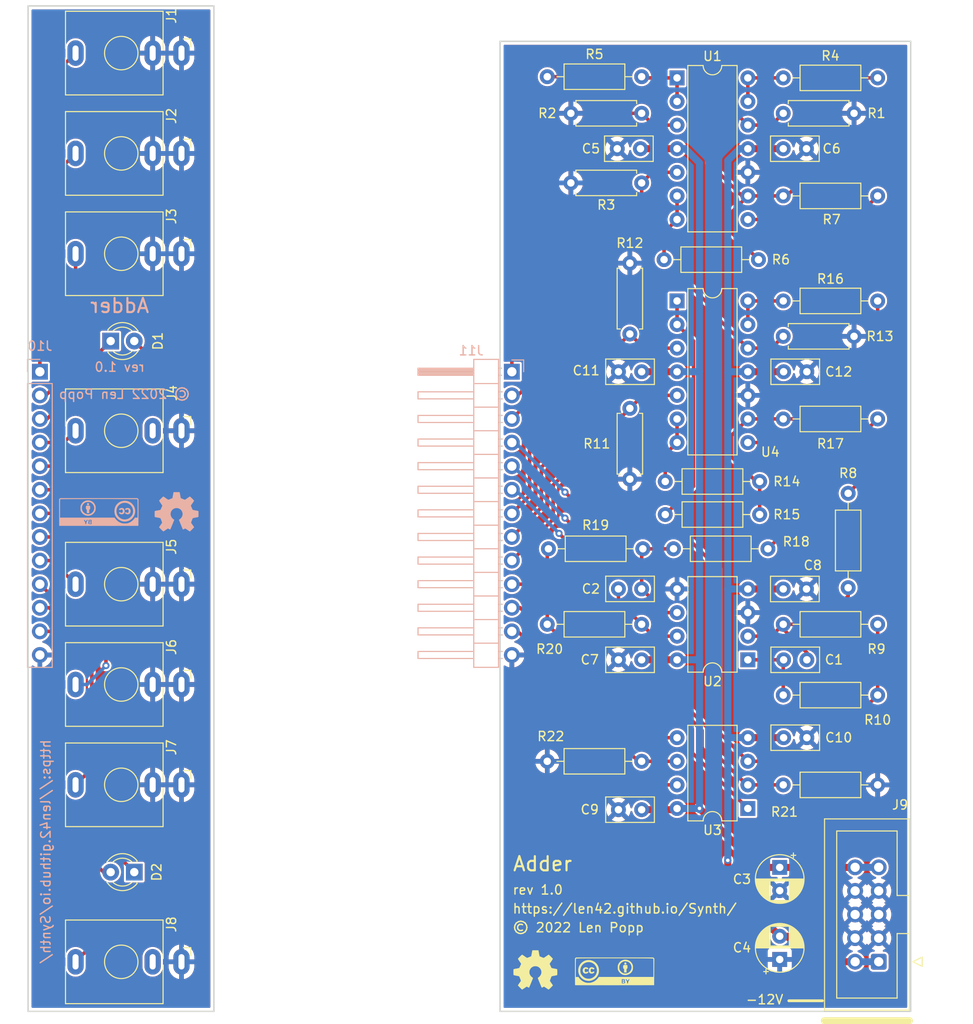
<source format=kicad_pcb>
(kicad_pcb (version 20211014) (generator pcbnew)
  (title_block (title "Eurorack Adder / Mixer") (date "2022-09-11") (rev "1.0") (company "Len Popp") (comment 1 "Copyright © 2022 Len Popp CC BY") (comment 2 "Board settings comply with requirements of OSH Park https://oshpark.com/") (comment 3 "Eurorack precision adder & unity-gain mixer module - 4HP"))
  (layers (0 "F.Cu" signal) (31 "B.Cu" signal) (36 "B.SilkS" user "B.Silkscreen") (37 "F.SilkS" user "F.Silkscreen") (38 "B.Mask" user) (39 "F.Mask" user) (44 "Edge.Cuts" user))
  (net 0 "")
  (net 1 "+12V")
  (net 2 "GND")
  (net 3 "-12V")
  (net 4 "Net-(C1-Pad2)")
  (net 5 "Net-(C1-Pad1)")
  (net 6 "Net-(C2-Pad1)")
  (net 7 "Net-(C2-Pad2)")
  (net 8 "OUT-1")
  (net 9 "LED-1-2")
  (net 10 "LED-1-1")
  (net 11 "LED-2-2")
  (net 12 "LED-2-1")
  (net 13 "IN-1-1")
  (net 14 "IN-1-2")
  (net 15 "IN-1-3")
  (net 16 "IN-2-1")
  (net 17 "IN-2-2")
  (net 18 "IN-2-3")
  (net 19 "OUT-2")
  (net 21 "Net-(R4-Pad2)")
  (net 22 "Net-(R4-Pad1)")
  (net 23 "Net-(R5-Pad1)")
  (net 25 "Net-(R6-Pad1)")
  (net 26 "Net-(R7-Pad2)")
  (net 27 "Net-(R14-Pad2)")
  (net 28 "Net-(R14-Pad1)")
  (net 29 "Net-(R15-Pad1)")
  (net 30 "Net-(R16-Pad1)")
  (net 31 "Net-(R17-Pad2)")
  (footprint "-lmp-misc:CP_Radial_D5.0mm_P2.50mm" (layer "F.Cu") (at 181.229 129.54 -90)
    (fp_text reference "C3")
    (fp_text value "10U")
  )
  (footprint "-lmp-misc:CP_Radial_D5.0mm_P2.50mm" (layer "F.Cu") (at 181.229 139.446 90)
    (fp_text reference "C4")
    (fp_text value "10U")
  )
  (footprint "-lmp-synth:Jack_3.5mm_QingPu_WQP-PJ398SM_Vertical" (layer "F.Cu") (at 116.84 41.91 -90)
    (fp_text reference "J1")
    (fp_text value "WQP-PJ398")
  )
  (footprint "-lmp-misc:Logo_CC_BY" (layer "F.Cu") (at 163.449 140.716)
    (fp_text reference "G1" hide)
    (fp_text value "Logo_CC_BY" hide)
  )
  (footprint "-lmp-synth:IDC-Header-Eurorack-10-TH" (layer "F.Cu") (at 191.884 139.69 180)
    (fp_text reference "J9")
    (fp_text value "Conn_Eurorack_10")
  )
  (footprint "-lmp-synth:Jack_3.5mm_QingPu_WQP-PJ398SM_Vertical" (layer "F.Cu") (at 116.84 52.705 -90)
    (fp_text reference "J2")
    (fp_text value "WQP-PJ398")
  )
  (footprint "-lmp-misc:Logo_OSHW" (layer "F.Cu") (at 154.94 140.589)
    (fp_text reference "G3" hide)
    (fp_text value "Logo_OSHW" hide)
  )
  (footprint "-lmp-synth:Jack_3.5mm_QingPu_WQP-PJ398SM_Vertical" (layer "F.Cu") (at 116.84 63.5 -90)
    (fp_text reference "J3")
    (fp_text value "WQP-PJ398")
  )
  (footprint "-lmp-synth:Jack_3.5mm_QingPu_WQP-PJ398SM_Vertical" (layer "F.Cu") (at 116.84 82.55 -90)
    (fp_text reference "J4")
    (fp_text value "WQP-PJ398")
  )
  (footprint "-lmp-misc:C_Disc_D5.0mm_W2.5mm_P2.50mm" (layer "F.Cu") (at 184.11 99.578 180)
    (fp_text reference "C8")
    (fp_text value "100N")
  )
  (footprint "-lmp-misc:R_Axial_DIN0207_L6.3mm_D2.5mm_P10.16mm_Horizontal" (layer "F.Cu") (at 166.37 44.45 180)
    (fp_text reference "R5")
    (fp_text value "10K")
  )
  (footprint "-lmp-synth:Jack_3.5mm_QingPu_WQP-PJ398SM_Vertical" (layer "F.Cu") (at 116.84 99.06 -90)
    (fp_text reference "J5")
    (fp_text value "WQP-PJ398")
  )
  (footprint "-lmp-misc:C_Disc_D5.0mm_W2.5mm_P2.50mm" (layer "F.Cu") (at 184.15 115.58 180)
    (fp_text reference "C10")
    (fp_text value "100N")
  )
  (footprint "-lmp-misc:R_Axial_DIN0207_L6.3mm_D2.5mm_P10.16mm_Horizontal" (layer "F.Cu") (at 166.37 103.378 180)
    (fp_text reference "R20")
    (fp_text value "270R")
  )
  (footprint "Package_DIP:DIP-8_W7.62mm" (layer "F.Cu") (at 177.8 107.198 180)
    (fp_text reference "U2")
    (fp_text value "TL072")
  )
  (footprint "-lmp-misc:R_Axial_DIN0207_L6.3mm_D2.5mm_P10.16mm_Horizontal" (layer "F.Cu") (at 181.61 44.577)
    (fp_text reference "R4")
    (fp_text value "10K")
  )
  (footprint "-lmp-misc:R_Axial_DIN0207_L6.3mm_D2.5mm_P10.16mm_Horizontal" (layer "F.Cu") (at 168.91 91.567)
    (fp_text reference "R15")
    (fp_text value "10K")
  )
  (footprint "-lmp-misc:R_Axial_DIN0207_L6.3mm_D2.5mm_P7.62mm_Horizontal" (layer "F.Cu") (at 166.37 48.387 180)
    (fp_text reference "R2")
    (fp_text value "1M")
  )
  (footprint "LED_THT:LED_D3.0mm" (layer "F.Cu") (at 111.76 130.048 180)
    (fp_text reference "D2")
    (fp_text value "LED_Bidi")
  )
  (footprint "-lmp-misc:R_Axial_DIN0207_L6.3mm_D2.5mm_P10.16mm_Horizontal" (layer "F.Cu") (at 181.61 103.378)
    (fp_text reference "R9")
    (fp_text value "10K")
  )
  (footprint "-lmp-misc:R_Axial_DIN0207_L6.3mm_D2.5mm_P10.16mm_Horizontal" (layer "F.Cu") (at 168.783 64.135)
    (fp_text reference "R6")
    (fp_text value "10K")
  )
  (footprint "-lmp-misc:R_Axial_DIN0207_L6.3mm_D2.5mm_P7.62mm_Horizontal" (layer "F.Cu") (at 165.1 72.136 90)
    (fp_text reference "R12")
    (fp_text value "1M")
  )
  (footprint "Package_DIP:DIP-14_W7.62mm" (layer "F.Cu") (at 170.18 68.58)
    (fp_text reference "U4")
    (fp_text value "TL074")
  )
  (footprint "-lmp-misc:C_Disc_D5.0mm_W2.5mm_P2.50mm" (layer "F.Cu") (at 184.11 52.197 180)
    (fp_text reference "C6")
    (fp_text value "100N")
  )
  (footprint "-lmp-misc:R_Axial_DIN0207_L6.3mm_D2.5mm_P10.16mm_Horizontal" (layer "F.Cu") (at 188.595 89.281 -90)
    (fp_text reference "R8")
    (fp_text value "10K")
  )
  (footprint "-lmp-misc:C_Disc_D5.0mm_W2.5mm_P2.50mm" (layer "F.Cu") (at 184.15 107.198 180)
    (fp_text reference "C1")
    (fp_text value "5P6")
  )
  (footprint "-lmp-synth:Jack_3.5mm_QingPu_WQP-PJ398SM_Vertical" (layer "F.Cu") (at 116.84 120.65 -90)
    (fp_text reference "J7")
    (fp_text value "WQP-PJ398")
  )
  (footprint "LED_THT:LED_D3.0mm" (layer "F.Cu") (at 109.22 72.898)
    (fp_text reference "D1")
    (fp_text value "LED_Bidi")
  )
  (footprint "-lmp-misc:R_Axial_DIN0207_L6.3mm_D2.5mm_P10.16mm_Horizontal" (layer "F.Cu") (at 166.497 95.25 180)
    (fp_text reference "R19")
    (fp_text value "10K")
  )
  (footprint "-lmp-misc:R_Axial_DIN0207_L6.3mm_D2.5mm_P7.62mm_Horizontal" (layer "F.Cu") (at 165.1 80.137 -90)
    (fp_text reference "R11")
    (fp_text value "1M")
  )
  (footprint "-lmp-misc:R_Axial_DIN0207_L6.3mm_D2.5mm_P7.62mm_Horizontal" (layer "F.Cu") (at 166.37 55.88 180)
    (fp_text reference "R3")
    (fp_text value "1M")
  )
  (footprint "-lmp-misc:R_Axial_DIN0207_L6.3mm_D2.5mm_P10.16mm_Horizontal" (layer "F.Cu") (at 181.61 68.58)
    (fp_text reference "R16")
    (fp_text value "10K")
  )
  (footprint "-lmp-misc:C_Disc_D5.0mm_W2.5mm_P2.50mm" (layer "F.Cu") (at 166.37 99.568 180)
    (fp_text reference "C2")
    (fp_text value "5P6")
  )
  (footprint "-lmp-misc:C_Disc_D5.0mm_W2.5mm_P2.50mm" (layer "F.Cu") (at 184.15 76.2 180)
    (fp_text reference "C12")
    (fp_text value "100N")
  )
  (footprint "-lmp-synth:Jack_3.5mm_QingPu_WQP-PJ398SM_Vertical" (layer "F.Cu") (at 116.84 109.855 -90)
    (fp_text reference "J6")
    (fp_text value "WQP-PJ398")
  )
  (footprint "-lmp-misc:C_Disc_D5.0mm_W2.5mm_P2.50mm" (layer "F.Cu") (at 166.37 107.198 180)
    (fp_text reference "C7")
    (fp_text value "100N")
  )
  (footprint "-lmp-misc:R_Axial_DIN0207_L6.3mm_D2.5mm_P10.16mm_Horizontal" (layer "F.Cu") (at 181.61 81.28)
    (fp_text reference "R17")
    (fp_text value "10K")
  )
  (footprint "-lmp-misc:R_Axial_DIN0207_L6.3mm_D2.5mm_P10.16mm_Horizontal" (layer "F.Cu") (at 181.61 57.277)
    (fp_text reference "R7")
    (fp_text value "10K")
  )
  (footprint "Package_DIP:DIP-8_W7.62mm" (layer "F.Cu") (at 177.8 123.2 180)
    (fp_text reference "U3")
    (fp_text value "TL072")
  )
  (footprint "-lmp-misc:R_Axial_DIN0207_L6.3mm_D2.5mm_P10.16mm_Horizontal" (layer "F.Cu") (at 181.61 120.66)
    (fp_text reference "R21")
    (fp_text value "1K")
  )
  (footprint "-lmp-misc:C_Disc_D5.0mm_W2.5mm_P2.50mm" (layer "F.Cu") (at 166.243 52.197 180)
    (fp_text reference "C5")
    (fp_text value "100N")
  )
  (footprint "-lmp-misc:R_Axial_DIN0207_L6.3mm_D2.5mm_P10.16mm_Horizontal" (layer "F.Cu") (at 181.61 110.998)
    (fp_text reference "R10")
    (fp_text value "270R")
  )
  (footprint "-lmp-misc:C_Disc_D5.0mm_W2.5mm_P2.50mm" (layer "F.Cu") (at 166.37 123.327 180)
    (fp_text reference "C9")
    (fp_text value "100N")
  )
  (footprint "-lmp-misc:C_Disc_D5.0mm_W2.5mm_P2.50mm" (layer "F.Cu") (at 166.37 76.2 180)
    (fp_text reference "C11")
    (fp_text value "100N")
  )
  (footprint "-lmp-misc:R_Axial_DIN0207_L6.3mm_D2.5mm_P10.16mm_Horizontal" (layer "F.Cu") (at 179.959 95.25 180)
    (fp_text reference "R18")
    (fp_text value "10K")
  )
  (footprint "Package_DIP:DIP-14_W7.62mm" (layer "F.Cu") (at 170.18 44.577)
    (fp_text reference "U1")
    (fp_text value "TL074")
  )
  (footprint "-lmp-misc:R_Axial_DIN0207_L6.3mm_D2.5mm_P10.16mm_Horizontal" (layer "F.Cu") (at 166.37 118.12 180)
    (fp_text reference "R22")
    (fp_text value "1K")
  )
  (footprint "-lmp-synth:Jack_3.5mm_QingPu_WQP-PJ398SM_Vertical" (layer "F.Cu") (at 116.84 139.7 -90)
    (fp_text reference "J8")
    (fp_text value "WQP-PJ398")
  )
  (footprint "-lmp-misc:R_Axial_DIN0207_L6.3mm_D2.5mm_P10.16mm_Horizontal" (layer "F.Cu") (at 168.91 88.011)
    (fp_text reference "R14")
    (fp_text value "10K")
  )
  (footprint "-lmp-misc:R_Axial_DIN0207_L6.3mm_D2.5mm_P7.62mm_Horizontal" (layer "F.Cu") (at 181.61 48.387)
    (fp_text reference "R1")
    (fp_text value "1M")
  )
  (footprint "-lmp-misc:R_Axial_DIN0207_L6.3mm_D2.5mm_P7.62mm_Horizontal" (layer "F.Cu") (at 181.61 72.39)
    (fp_text reference "R13")
    (fp_text value "1M")
  )
  (footprint "Connector_PinSocket_2.54mm:PinSocket_1x13_P2.54mm_Vertical" (layer "B.Cu") (at 101.6 76.2 180)
    (fp_text reference "J10")
    (fp_text value "Conn_Front")
  )
  (footprint "-lmp-misc:Logo_CC_BY" (layer "B.Cu") (at 107.95 91.2876 180)
    (fp_text reference "G2" hide)
    (fp_text value "Logo_CC_BY" hide)
  )
  (footprint "-lmp-misc:Logo_OSHW" (layer "B.Cu") (at 116.3066 91.2876 180)
    (fp_text reference "G4" hide)
    (fp_text value "Logo_OSHW" hide)
  )
  (footprint "Connector_PinHeader_2.54mm:PinHeader_1x13_P2.54mm_Horizontal" (layer "B.Cu") (at 152.4 76.2 180)
    (fp_text reference "J11")
    (fp_text value "Conn_Back")
  )
  (gr_line (start 185.8264 143.891) (end 182.212 143.891) (layer "F.SilkS") (width 0.3048))
  (gr_line (start 151.13 145.034) (end 151.13 40.64) (layer "Edge.Cuts") (width 0.1524))
  (gr_line (start 151.13 40.64) (end 195.326 40.64) (layer "Edge.Cuts") (width 0.1524))
  (gr_line (start 120.33 36.83) (end 120.33 145.034) (layer "Edge.Cuts") (width 0.1524))
  (gr_line (start 120.33 145.034) (end 100.33 145.034) (layer "Edge.Cuts") (width 0.1524))
  (gr_line (start 100.33 36.83) (end 120.33 36.83) (layer "Edge.Cuts") (width 0.1524))
  (gr_line (start 195.326 145.034) (end 151.13 145.034) (layer "Edge.Cuts") (width 0.1524))
  (gr_line (start 195.326 40.64) (end 195.326 145.034) (layer "Edge.Cuts") (width 0.1524))
  (gr_line (start 100.33 145.034) (end 100.33 36.83) (layer "Edge.Cuts") (width 0.1524))
  (gr_text "Adder" (at 110.1852 69.088) (layer "B.SilkS") (effects (font (size 1.524 1.524) (thickness 0.2286)) (justify mirror)))
  (gr_text "rev ${REVISION}" (at 110.1852 75.692) (layer "B.SilkS") (effects (font (size 1 1)) (justify mirror)))
  (gr_text "© 2022 Len Popp" (at 117.856 78.613) (layer "B.SilkS") (effects (font (size 1 1)) (justify left mirror)))
  (gr_text "https://len42.github.io/Synth/" (at 102.235 115.697 90) (layer "B.SilkS") (effects (font (size 1.016 1.016) (thickness 0.1524)) (justify left mirror)))
  (gr_text "© 2022 Len Popp" (at 152.4 136.017) (layer "F.SilkS") (effects (font (size 1 1)) (justify left)))
  (gr_text "-12V" (at 181.704 143.764) (layer "F.SilkS") (effects (font (size 1 1)) (justify right)))
  (gr_text "Adder" (at 152.4 129.159) (layer "F.SilkS") (effects (font (size 1.524 1.524) (thickness 0.2286)) (justify left)))
  (gr_text "https://len42.github.io/Synth/" (at 152.4 133.985) (layer "F.SilkS") (effects (font (size 1.016 1.016) (thickness 0.1524)) (justify left)))
  (gr_text "rev ${REVISION}" (at 152.4 131.953) (layer "F.SilkS") (effects (font (size 1 1)) (justify left)))
  (segment (start 170.053 123.327) (end 170.18 123.2) (width 0.762) (layer "F.Cu") (net 1))
  (segment (start 170.18 76.2) (end 166.37 76.2) (width 0.762) (layer "F.Cu") (net 1))
  (segment (start 170.18 52.197) (end 166.243 52.197) (width 0.762) (layer "F.Cu") (net 1))
  (segment (start 172.593 123.19) (end 176.53 127.127) (width 0.762) (layer "F.Cu") (net 1))
  (segment (start 178.943 129.54) (end 181.229 129.54) (width 0.762) (layer "F.Cu") (net 1))
  (segment (start 166.37 123.327) (end 170.053 123.327) (width 0.762) (layer "F.Cu") (net 1))
  (segment (start 170.18 107.198) (end 166.37 107.198) (width 0.762) (layer "F.Cu") (net 1))
  (segment (start 181.229 129.54) (end 189.334 129.54) (width 0.762) (layer "F.Cu") (net 1))
  (segment (start 189.334 129.54) (end 189.344 129.53) (width 0.762) (layer "F.Cu") (net 1))
  (segment (start 176.53 127.127) (end 178.943 129.54) (width 0.762) (layer "F.Cu") (net 1))
  (via (at 172.593 123.19) (size 0.762) (drill 0.381) (layers "F.Cu" "B.Cu") (net 1))
  (segment (start 170.18 123.2) (end 172.476 123.2) (width 0.762) (layer "B.Cu") (net 1))
  (segment (start 172.593 53.721) (end 171.069 52.197) (width 0.762) (layer "B.Cu") (net 1))
  (segment (start 172.593 106.934) (end 172.593 76.2) (width 0.762) (layer "B.Cu") (net 1))
  (segment (start 170.18 107.198) (end 172.329 107.198) (width 0.762) (layer "B.Cu") (net 1))
  (segment (start 172.593 76.2) (end 172.593 53.721) (width 0.762) (layer "B.Cu") (net 1))
  (segment (start 172.329 107.198) (end 172.593 106.934) (width 0.762) (layer "B.Cu") (net 1))
  (segment (start 172.476 123.2) (end 172.593 123.317) (width 0.762) (layer "B.Cu") (net 1))
  (segment (start 170.18 76.2) (end 172.593 76.2) (width 0.762) (layer "B.Cu") (net 1))
  (segment (start 172.593 118.872) (end 172.593 106.934) (width 0.762) (layer "B.Cu") (net 1))
  (segment (start 172.593 123.19) (end 172.593 123.317) (width 0.762) (layer "B.Cu") (net 1))
  (segment (start 171.069 52.197) (end 170.18 52.197) (width 0.762) (layer "B.Cu") (net 1))
  (segment (start 189.344 129.53) (end 191.884 129.53) (width 0.762) (layer "B.Cu") (net 1))
  (segment (start 172.593 118.872) (end 172.593 123.19) (width 0.762) (layer "B.Cu") (net 1))
  (segment (start 181.61 99.578) (end 177.8 99.578) (width 0.762) (layer "F.Cu") (net 3))
  (segment (start 175.641 131.358) (end 181.229 136.946) (width 0.762) (layer "F.Cu") (net 3))
  (segment (start 177.8 52.197) (end 181.61 52.197) (width 0.762) (layer "F.Cu") (net 3))
  (segment (start 177.8 115.58) (end 181.65 115.58) (width 0.762) (layer "F.Cu") (net 3))
  (segment (start 184.775 139.69) (end 189.344 139.69) (width 0.762) (layer "F.Cu") (net 3))
  (segment (start 181.229 136.946) (end 182.031 136.946) (width 0.762) (layer "F.Cu") (net 3))
  (segment (start 182.031 136.946) (end 184.775 139.69) (width 0.762) (layer "F.Cu") (net 3))
  (segment (start 181.65 76.2) (end 177.8 76.2) (width 0.762) (layer "F.Cu") (net 3))
  (segment (start 175.641 130.429) (end 175.641 131.358) (width 0.762) (layer "F.Cu") (net 3))
  (segment (start 175.641 128.778) (end 175.641 130.429) (width 0.762) (layer "F.Cu") (net 3))
  (via (at 175.641 128.778) (size 0.762) (drill 0.381) (layers "F.Cu" "B.Cu") (net 3))
  (segment (start 189.344 139.69) (end 191.884 139.69) (width 0.762) (layer "B.Cu") (net 3))
  (segment (start 177.8 52.197) (end 176.911 52.197) (width 0.762) (layer "B.Cu") (net 3))
  (segment (start 175.641 99.568) (end 175.641 115.57) (width 0.762) (layer "B.Cu") (net 3))
  (segment (start 175.651 115.58) (end 175.641 115.57) (width 0.762) (layer "B.Cu") (net 3))
  (segment (start 175.641 53.467) (end 175.641 76.327) (width 0.762) (layer "B.Cu") (net 3))
  (segment (start 177.8 76.2) (end 175.768 76.2) (width 0.762) (layer "B.Cu") (net 3))
  (segment (start 177.8 99.578) (end 175.651 99.578) (width 0.762) (layer "B.Cu") (net 3))
  (segment (start 175.641 99.568) (end 175.651 99.578) (width 0.762) (layer "B.Cu") (net 3))
  (segment (start 176.911 52.197) (end 175.641 53.467) (width 0.762) (layer "B.Cu") (net 3))
  (segment (start 175.641 76.327) (end 175.641 99.568) (width 0.762) (layer "B.Cu") (net 3))
  (segment (start 175.641 115.57) (end 175.641 128.778) (width 0.762) (layer "B.Cu") (net 3))
  (segment (start 177.8 115.58) (end 175.651 115.58) (width 0.762) (layer "B.Cu") (net 3))
  (segment (start 181.65 107.198) (end 177.8 107.198) (width 0.381) (layer "F.Cu") (net 4))
  (segment (start 181.61 107.238) (end 181.65 107.198) (width 0.381) (layer "F.Cu") (net 4))
  (segment (start 181.61 110.998) (end 181.61 107.238) (width 0.381) (layer "F.Cu") (net 4))
  (segment (start 181.61 103.886) (end 184.15 106.426) (width 0.381) (layer "F.Cu") (net 5))
  (segment (start 177.8 104.658) (end 180.33 104.658) (width 0.381) (layer "F.Cu") (net 5))
  (segment (start 188.595 100.33) (end 188.595 99.441) (width 0.381) (layer "F.Cu") (net 5))
  (segment (start 184.15 106.426) (end 184.15 107.198) (width 0.381) (layer "F.Cu") (net 5))
  (segment (start 181.61 103.378) (end 181.61 103.886) (width 0.381) (layer "F.Cu") (net 5))
  (segment (start 180.33 104.658) (end 181.61 103.378) (width 0.381) (layer "F.Cu") (net 5))
  (segment (start 181.61 103.378) (end 185.547 103.378) (width 0.381) (layer "F.Cu") (net 5))
  (segment (start 185.547 103.378) (end 188.595 100.33) (width 0.381) (layer "F.Cu") (net 5))
  (segment (start 166.37 99.568) (end 166.37 95.377) (width 0.381) (layer "F.Cu") (net 6))
  (segment (start 170.18 102.118) (end 168.92 102.118) (width 0.381) (layer "F.Cu") (net 6))
  (segment (start 169.799 95.25) (end 169.789 95.26) (width 0.381) (layer "F.Cu") (net 6))
  (segment (start 166.507 95.26) (end 166.497 95.25) (width 0.381) (layer "F.Cu") (net 6))
  (segment (start 169.789 95.26) (end 166.507 95.26) (width 0.381) (layer "F.Cu") (net 6))
  (segment (start 168.92 102.118) (end 166.37 99.568) (width 0.381) (layer "F.Cu") (net 6))
  (segment (start 166.37 95.377) (end 166.497 95.25) (width 0.381) (layer "F.Cu") (net 6))
  (segment (start 167.65 104.658) (end 166.37 103.378) (width 0.381) (layer "F.Cu") (net 7))
  (segment (start 166.37 103.378) (end 163.87 100.878) (width 0.381) (layer "F.Cu") (net 7))
  (segment (start 163.87 100.878) (end 163.87 99.568) (width 0.381) (layer "F.Cu") (net 7))
  (segment (start 170.18 104.658) (end 167.65 104.658) (width 0.381) (layer "F.Cu") (net 7))
  (segment (start 184.648 118.12) (end 177.8 118.12) (width 0.381) (layer "F.Cu") (net 8))
  (segment (start 104.17 83.82) (end 105.44 82.55) (width 0.381) (layer "F.Cu") (net 8))
  (segment (start 191.77 110.998) (end 184.648 118.12) (width 0.381) (layer "F.Cu") (net 8))
  (segment (start 174.625 97.409) (end 174.625 114.935) (width 0.381) (layer "F.Cu") (net 8))
  (segment (start 158.115 89.154) (end 162.433 93.472) (width 0.381) (layer "F.Cu") (net 8))
  (segment (start 162.433 93.472) (end 170.688 93.472) (width 0.381) (layer "F.Cu") (net 8))
  (segment (start 174.625 114.935) (end 177.8 118.11) (width 0.381) (layer "F.Cu") (net 8))
  (segment (start 101.6 83.82) (end 104.17 83.82) (width 0.381) (layer "F.Cu") (net 8))
  (segment (start 191.77 103.378) (end 191.77 110.998) (width 0.381) (layer "F.Cu") (net 8))
  (segment (start 170.688 93.472) (end 174.625 97.409) (width 0.381) (layer "F.Cu") (net 8))
  (segment (start 177.8 118.11) (end 177.8 118.12) (width 0.381) (layer "F.Cu") (net 8))
  (via (at 158.115 89.154) (size 0.762) (drill 0.381) (layers "F.Cu" "B.Cu") (net 8))
  (segment (start 158.115 89.154) (end 152.781 83.82) (width 0.381) (layer "B.Cu") (net 8))
  (segment (start 152.781 83.82) (end 152.4 83.82) (width 0.381) (layer "B.Cu") (net 8))
  (segment (start 101.6 86.36) (end 104.902 86.36) (width 0.381) (layer "F.Cu") (net 9))
  (segment (start 163.322 109.728) (end 168.656 109.728) (width 0.381) (layer "F.Cu") (net 9))
  (segment (start 177.683 120.66) (end 177.8 120.66) (width 0.381) (layer "F.Cu") (net 9))
  (segment (start 160.655 107.061) (end 163.322 109.728) (width 0.381) (layer "F.Cu") (net 9))
  (segment (start 177.8 120.66) (end 181.61 120.66) (width 0.381) (layer "F.Cu") (net 9))
  (segment (start 173.482 116.459) (end 177.683 120.66) (width 0.381) (layer "F.Cu") (net 9))
  (segment (start 173.482 114.554) (end 173.482 116.459) (width 0.381) (layer "F.Cu") (net 9))
  (segment (start 160.655 94.488) (end 160.655 107.061) (width 0.381) (layer "F.Cu") (net 9))
  (segment (start 158.115 91.948) (end 160.655 94.488) (width 0.381) (layer "F.Cu") (net 9))
  (segment (start 107.696 83.566) (end 107.696 74.422) (width 0.381) (layer "F.Cu") (net 9))
  (segment (start 104.902 86.36) (end 107.696 83.566) (width 0.381) (layer "F.Cu") (net 9))
  (segment (start 107.696 74.422) (end 109.22 72.898) (width 0.381) (layer "F.Cu") (net 9))
  (segment (start 168.656 109.728) (end 173.482 114.554) (width 0.381) (layer "F.Cu") (net 9))
  (via (at 158.115 91.948) (size 0.762) (drill 0.381) (layers "F.Cu" "B.Cu") (net 9))
  (segment (start 158.115 91.948) (end 152.527 86.36) (width 0.381) (layer "B.Cu") (net 9))
  (segment (start 152.527 86.36) (end 152.4 86.36) (width 0.381) (layer "B.Cu") (net 9))
  (segment (start 118.999 84.074) (end 118.999 80.137) (width 0.381) (layer "F.Cu") (net 10))
  (segment (start 158.75 96.266) (end 158.75 94.869) (width 0.381) (layer "F.Cu") (net 10))
  (segment (start 158.75 94.869) (end 157.48 93.599) (width 0.381) (layer "F.Cu") (net 10))
  (segment (start 171.831 117.231) (end 177.8 123.2) (width 0.381) (layer "F.Cu") (net 10))
  (segment (start 171.831 114.681) (end 171.831 117.231) (width 0.381) (layer "F.Cu") (net 10))
  (segment (start 170.18 113.03) (end 171.831 114.681) (width 0.381) (layer "F.Cu") (net 10))
  (segment (start 164.846 113.03) (end 170.18 113.03) (width 0.381) (layer "F.Cu") (net 10))
  (segment (start 118.999 80.137) (end 111.76 72.898) (width 0.381) (layer "F.Cu") (net 10))
  (segment (start 114.173 88.9) (end 118.999 84.074) (width 0.381) (layer "F.Cu") (net 10))
  (segment (start 101.6 88.9) (end 114.173 88.9) (width 0.381) (layer "F.Cu") (net 10))
  (segment (start 158.75 103.124) (end 158.75 106.934) (width 0.381) (layer "F.Cu") (net 10))
  (segment (start 158.75 103.124) (end 158.75 96.266) (width 0.381) (layer "F.Cu") (net 10))
  (segment (start 158.75 106.934) (end 164.846 113.03) (width 0.381) (layer "F.Cu") (net 10))
  (via (at 157.48 93.599) (size 0.762) (drill 0.381) (layers "F.Cu" "B.Cu") (net 10))
  (segment (start 152.781 88.9) (end 152.4 88.9) (width 0.381) (layer "B.Cu") (net 10))
  (segment (start 157.48 93.599) (end 152.781 88.9) (width 0.381) (layer "B.Cu") (net 10))
  (segment (start 104.775 107.061) (end 104.775 103.759) (width 0.381) (layer "F.Cu") (net 11))
  (segment (start 104.775 107.569) (end 104.775 107.061) (width 0.381) (layer "F.Cu") (net 11))
  (segment (start 104.775 107.315) (end 104.775 107.061) (width 0.381) (layer "F.Cu") (net 11))
  (segment (start 104.775 103.759) (end 102.616 101.6) (width 0.381) (layer "F.Cu") (net 11))
  (segment (start 103.632 108.712) (end 104.775 107.569) (width 0.381) (layer "F.Cu") (net 11))
  (segment (start 155.829 105.41) (end 155.829 107.95) (width 0.381) (layer "F.Cu") (net 11))
  (segment (start 103.632 109.474) (end 103.632 108.712) (width 0.381) (layer "F.Cu") (net 11))
  (segment (start 154.178 103.759) (end 155.829 105.41) (width 0.381) (layer "F.Cu") (net 11))
  (segment (start 108.5215 128.2065) (end 102.489 122.174) (width 0.381) (layer "F.Cu") (net 11))
  (segment (start 155.829 107.95) (end 165.999 118.12) (width 0.381) (layer "F.Cu") (net 11))
  (segment (start 170.18 118.12) (end 166.37 118.12) (width 0.381) (layer "F.Cu") (net 11))
  (segment (start 153.289 101.6) (end 154.178 102.489) (width 0.381) (layer "F.Cu") (net 11))
  (segment (start 102.489 122.174) (end 102.489 110.617) (width 0.381) (layer "F.Cu") (net 11))
  (segment (start 102.489 110.617) (end 103.632 109.474) (width 0.381) (layer "F.Cu") (net 11))
  (segment (start 102.616 101.6) (end 101.6 101.6) (width 0.381) (layer "F.Cu") (net 11))
  (segment (start 111.76 130.048) (end 109.9185 128.2065) (width 0.381) (layer "F.Cu") (net 11))
  (segment (start 154.178 102.489) (end 154.178 103.759) (width 0.381) (layer "F.Cu") (net 11))
  (segment (start 165.999 118.12) (end 166.37 118.12) (width 0.381) (layer "F.Cu") (net 11))
  (segment (start 152.4 101.6) (end 153.289 101.6) (width 0.381) (layer "F.Cu") (net 11))
  (segment (start 109.9185 128.2065) (end 108.5215 128.2065) (width 0.381) (layer "F.Cu") (net 11))
  (segment (start 103.632 105.029) (end 103.632 107.569) (width 0.381) (layer "F.Cu") (net 12))
  (segment (start 166.253 120.66) (end 170.18 120.66) (width 0.381) (layer "F.Cu") (net 12))
  (segment (start 152.4 104.14) (end 153.035 104.14) (width 0.381) (layer "F.Cu") (net 12))
  (segment (start 103.632 107.569) (end 101.346 109.855) (width 0.381) (layer "F.Cu") (net 12))
  (segment (start 154.559 108.966) (end 166.253 120.66) (width 0.381) (layer "F.Cu") (net 12))
  (segment (start 101.346 109.855) (end 101.346 122.936) (width 0.381) (layer "F.Cu") (net 12))
  (segment (start 101.346 122.936) (end 108.458 130.048) (width 0.381) (layer "F.Cu") (net 12))
  (segment (start 108.458 130.048) (end 109.22 130.048) (width 0.381) (layer "F.Cu") (net 12))
  (segment (start 101.6 104.14) (end 102.743 104.14) (width 0.381) (layer "F.Cu") (net 12))
  (segment (start 154.559 105.664) (end 154.559 108.966) (width 0.381) (layer "F.Cu") (net 12))
  (segment (start 153.035 104.14) (end 154.559 105.664) (width 0.381) (layer "F.Cu") (net 12))
  (segment (start 102.743 104.14) (end 103.632 105.029) (width 0.381) (layer "F.Cu") (net 12))
  (segment (start 177.8 49.657) (end 175.387 47.244) (width 0.381) (layer "F.Cu") (net 13))
  (segment (start 175.387 47.244) (end 175.387 44.831) (width 0.381) (layer "F.Cu") (net 13))
  (segment (start 181.61 48.387) (end 180.34 49.657) (width 0.381) (layer "F.Cu") (net 13))
  (segment (start 172.212 41.656) (end 156.337 41.656) (width 0.381) (layer "F.Cu") (net 13))
  (segment (start 175.387 44.831) (end 172.212 41.656) (width 0.381) (layer "F.Cu") (net 13))
  (segment (start 156.337 41.656) (end 152.4 45.593) (width 0.381) (layer "F.Cu") (net 13))
  (segment (start 152.4 45.593) (end 152.4 76.2) (width 0.381) (layer "F.Cu") (net 13))
  (segment (start 101.6 76.2) (end 101.6 45.75) (width 0.381) (layer "F.Cu") (net 13))
  (segment (start 101.6 45.75) (end 105.44 41.91) (width 0.381) (layer "F.Cu") (net 13))
  (segment (start 180.34 49.657) (end 177.8 49.657) (width 0.381) (layer "F.Cu") (net 13))
  (segment (start 154.305 77.47) (end 153.035 78.74) (width 0.381) (layer "F.Cu") (net 14))
  (segment (start 166.37 48.387) (end 164.465 48.387) (width 0.381) (layer "F.Cu") (net 14))
  (segment (start 153.035 78.74) (end 152.4 78.74) (width 0.381) (layer "F.Cu") (net 14))
  (segment (start 161.036 51.816) (end 161.036 61.087) (width 0.381) (layer "F.Cu") (net 14))
  (segment (start 103.378 77.597) (end 102.235 78.74) (width 0.381) (layer "F.Cu") (net 14))
  (segment (start 167.64 49.657) (end 166.37 48.387) (width 0.381) (layer "F.Cu") (net 14))
  (segment (start 164.465 48.387) (end 161.036 51.816) (width 0.381) (layer "F.Cu") (net 14))
  (segment (start 154.305 67.818) (end 154.305 77.47) (width 0.381) (layer "F.Cu") (net 14))
  (segment (start 103.378 54.767) (end 103.378 77.597) (width 0.381) (layer "F.Cu") (net 14))
  (segment (start 105.44 52.705) (end 103.378 54.767) (width 0.381) (layer "F.Cu") (net 14))
  (segment (start 102.235 78.74) (end 101.6 78.74) (width 0.381) (layer "F.Cu") (net 14))
  (segment (start 170.18 49.657) (end 167.64 49.657) (width 0.381) (layer "F.Cu") (net 14))
  (segment (start 161.036 61.087) (end 154.305 67.818) (width 0.381) (layer "F.Cu") (net 14))
  (segment (start 170.18 54.737) (end 167.513 54.737) (width 0.381) (layer "F.Cu") (net 15))
  (segment (start 166.37 58.674) (end 155.702 69.342) (width 0.381) (layer "F.Cu") (net 15))
  (segment (start 167.513 54.737) (end 166.37 55.88) (width 0.381) (layer "F.Cu") (net 15))
  (segment (start 155.702 77.978) (end 152.4 81.28) (width 0.381) (layer "F.Cu") (net 15))
  (segment (start 101.6 81.28) (end 102.362 81.28) (width 0.381) (layer "F.Cu") (net 15))
  (segment (start 105.44 78.202) (end 105.44 63.5) (width 0.381) (layer "F.Cu") (net 15))
  (segment (start 102.362 81.28) (end 105.44 78.202) (width 0.381) (layer "F.Cu") (net 15))
  (segment (start 155.702 69.342) (end 155.702 77.978) (width 0.381) (layer "F.Cu") (net 15))
  (segment (start 166.37 55.88) (end 166.37 58.674) (width 0.381) (layer "F.Cu") (net 15))
  (segment (start 156.845 88.392) (end 165.1 80.137) (width 0.381) (layer "F.Cu") (net 16))
  (segment (start 102.9 96.52) (end 101.6 96.52) (width 0.381) (layer "F.Cu") (net 16))
  (segment (start 165.1 80.137) (end 166.497 78.74) (width 0.381) (layer "F.Cu") (net 16))
  (segment (start 156.845 92.075) (end 156.845 88.392) (width 0.381) (layer "F.Cu") (net 16))
  (segment (start 105.44 99.06) (end 102.9 96.52) (width 0.381) (layer "F.Cu") (net 16))
  (segment (start 152.4 96.52) (end 156.845 92.075) (width 0.381) (layer "F.Cu") (net 16))
  (segment (start 166.497 78.74) (end 170.18 78.74) (width 0.381) (layer "F.Cu") (net 16))
  (segment (start 155.575 86.487) (end 160.02 82.042) (width 0.381) (layer "F.Cu") (net 17))
  (segment (start 166.624 73.66) (end 170.18 73.66) (width 0.381) (layer "F.Cu") (net 17))
  (segment (start 108.712 106.68) (end 108.712 107.823) (width 0.381) (layer "F.Cu") (net 17))
  (segment (start 103.759 93.98) (end 107.188 97.409) (width 0.381) (layer "F.Cu") (net 17))
  (segment (start 152.4 93.98) (end 155.575 90.805) (width 0.381) (layer "F.Cu") (net 17))
  (segment (start 160.02 77.216) (end 165.1 72.136) (width 0.381) (layer "F.Cu") (net 17))
  (segment (start 101.6 93.98) (end 103.759 93.98) (width 0.381) (layer "F.Cu") (net 17))
  (segment (start 155.575 90.805) (end 155.575 86.487) (width 0.381) (layer "F.Cu") (net 17))
  (segment (start 107.188 97.409) (end 107.188 105.156) (width 0.381) (layer "F.Cu") (net 17))
  (segment (start 165.1 72.136) (end 166.624 73.66) (width 0.381) (layer "F.Cu") (net 17))
  (segment (start 160.02 82.042) (end 160.02 77.216) (width 0.381) (layer "F.Cu") (net 17))
  (segment (start 107.188 105.156) (end 108.712 106.68) (width 0.381) (layer "F.Cu") (net 17))
  (via (at 108.712 107.823) (size 0.762) (drill 0.381) (layers "F.Cu" "B.Cu") (net 17))
  (segment (start 105.44 109.855) (end 106.68 109.855) (width 0.381) (layer "B.Cu") (net 17))
  (segment (start 106.68 109.855) (end 108.712 107.823) (width 0.381) (layer "B.Cu") (net 17))
  (segment (start 157.226 81.407) (end 157.226 77.343) (width 0.381) (layer "F.Cu") (net 18))
  (segment (start 174.117 69.469) (end 174.117 69.977) (width 0.381) (layer "F.Cu") (net 18))
  (segment (start 108.331 96.2025) (end 108.331 104.267) (width 0.381) (layer "F.Cu") (net 18))
  (segment (start 167.767 66.802) (end 171.45 66.802) (width 0.381) (layer "F.Cu") (net 18))
  (segment (start 112.0608 107.9968) (end 112.0608 114.0292) (width 0.381) (layer "F.Cu") (net 18))
  (segment (start 171.45 66.802) (end 174.117 69.469) (width 0.381) (layer "F.Cu") (net 18))
  (segment (start 181.61 72.39) (end 180.34 73.66) (width 0.381) (layer "F.Cu") (net 18))
  (segment (start 154.305 84.328) (end 157.226 81.407) (width 0.381) (layer "F.Cu") (net 18))
  (segment (start 103.5685 91.44) (end 108.331 96.2025) (width 0.381) (layer "F.Cu") (net 18))
  (segment (start 157.226 77.343) (end 167.767 66.802) (width 0.381) (layer "F.Cu") (net 18))
  (segment (start 101.6 91.44) (end 103.5685 91.44) (width 0.381) (layer "F.Cu") (net 18))
  (segment (start 152.4 91.44) (end 154.305 89.535) (width 0.381) (layer "F.Cu") (net 18))
  (segment (start 154.305 89.535) (end 154.305 84.328) (width 0.381) (layer "F.Cu") (net 18))
  (segment (start 174.117 69.977) (end 177.8 73.66) (width 0.381) (layer "F.Cu") (net 18))
  (segment (start 180.34 73.66) (end 177.8 73.66) (width 0.381) (layer "F.Cu") (net 18))
  (segment (start 112.0608 114.0292) (end 105.44 120.65) (width 0.381) (layer "F.Cu") (net 18))
  (segment (start 108.331 104.267) (end 112.0608 107.9968) (width 0.381) (layer "F.Cu") (net 18))
  (segment (start 156.21 95.377) (end 156.337 95.25) (width 0.381) (layer "F.Cu") (net 19))
  (segment (start 103.632 121.793) (end 103.632 117.602) (width 0.381) (layer "F.Cu") (net 19))
  (segment (start 113.665 128.778) (end 111.379 126.492) (width 0.381) (layer "F.Cu") (net 19))
  (segment (start 107.188 114.046) (end 107.188 106.934) (width 0.381) (layer "F.Cu") (net 19))
  (segment (start 108.331 126.492) (end 103.632 121.793) (width 0.381) (layer "F.Cu") (net 19))
  (segment (start 107.188 106.934) (end 106.045 105.791) (width 0.381) (layer "F.Cu") (net 19))
  (segment (start 157.099 104.267) (end 156.21 103.378) (width 0.381) (layer "F.Cu") (net 19))
  (segment (start 156.21 103.378) (end 156.21 99.06) (width 0.381) (layer "F.Cu") (net 19))
  (segment (start 103.505 100.965) (end 101.6 99.06) (width 0.381) (layer "F.Cu") (net 19))
  (segment (start 170.18 115.58) (end 165.491 115.58) (width 0.381) (layer "F.Cu") (net 19))
  (segment (start 106.045 105.791) (end 106.045 103.378) (width 0.381) (layer "F.Cu") (net 19))
  (segment (start 103.632 100.965) (end 103.505 100.965) (width 0.381) (layer "F.Cu") (net 19))
  (segment (start 103.632 100.965) (end 103.505 100.838) (width 0.381) (layer "F.Cu") (net 19))
  (segment (start 105.44 139.67) (end 113.665 131.445) (width 0.381) (layer "F.Cu") (net 19))
  (segment (start 156.21 99.06) (end 156.21 95.377) (width 0.381) (layer "F.Cu") (net 19))
  (segment (start 106.045 103.378) (end 103.632 100.965) (width 0.381) (layer "F.Cu") (net 19))
  (segment (start 157.099 107.188) (end 157.099 104.267) (width 0.381) (layer "F.Cu") (net 19))
  (segment (start 103.632 117.602) (end 107.188 114.046) (width 0.381) (layer "F.Cu") (net 19))
  (segment (start 105.44 139.7) (end 105.44 139.67) (width 0.381) (layer "F.Cu") (net 19))
  (segment (start 113.665 131.445) (end 113.665 128.778) (width 0.381) (layer "F.Cu") (net 19))
  (segment (start 111.379 126.492) (end 108.331 126.492) (width 0.381) (layer "F.Cu") (net 19))
  (segment (start 152.4 99.06) (end 156.21 99.06) (width 0.381) (layer "F.Cu") (net 19))
  (segment (start 165.491 115.58) (end 157.099 107.188) (width 0.381) (layer "F.Cu") (net 19))
  (segment (start 176.149 58.928) (end 176.149 61.341) (width 0.381) (layer "F.Cu") (net 21))
  (segment (start 189.865 44.577) (end 186.944 47.498) (width 0.381) (layer "F.Cu") (net 21))
  (segment (start 176.149 61.341) (end 178.943 64.135) (width 0.381) (layer "F.Cu") (net 21))
  (segment (start 157.48 44.45) (end 159.131 42.799) (width 0.381) (layer "F.Cu") (net 21))
  (segment (start 173.609 45.085) (end 173.609 53.721) (width 0.381) (layer "F.Cu") (net 21))
  (segment (start 186.944 47.498) (end 186.944 52.324) (width 0.381) (layer "F.Cu") (net 21))
  (segment (start 186.944 52.324) (end 181.991 57.277) (width 0.381) (layer "F.Cu") (net 21))
  (segment (start 156.21 44.45) (end 157.48 44.45) (width 0.381) (layer "F.Cu") (net 21))
  (segment (start 159.131 42.799) (end 171.323 42.799) (width 0.381) (layer "F.Cu") (net 21))
  (segment (start 177.8 57.277) (end 176.149 58.928) (width 0.381) (layer "F.Cu") (net 21))
  (segment (start 177.165 57.277) (end 177.8 57.277) (width 0.381) (layer "F.Cu") (net 21))
  (segment (start 191.77 44.577) (end 189.865 44.577) (width 0.381) (layer "F.Cu") (net 21))
  (segment (start 181.991 57.277) (end 181.61 57.277) (width 0.381) (layer "F.Cu") (net 21))
  (segment (start 173.609 53.721) (end 177.165 57.277) (width 0.381) (layer "F.Cu") (net 21))
  (segment (start 177.8 57.277) (end 181.61 57.277) (width 0.381) (layer "F.Cu") (net 21))
  (segment (start 171.323 42.799) (end 173.609 45.085) (width 0.381) (layer "F.Cu") (net 21))
  (segment (start 177.8 44.577) (end 177.8 47.117) (width 0.381) (layer "F.Cu") (net 22))
  (segment (start 181.61 44.577) (end 177.8 44.577) (width 0.381) (layer "F.Cu") (net 22))
  (segment (start 170.18 47.117) (end 170.18 44.577) (width 0.381) (layer "F.Cu") (net 23))
  (segment (start 166.497 44.577) (end 166.37 44.45) (width 0.381) (layer "F.Cu") (net 23))
  (segment (start 170.18 44.577) (end 166.497 44.577) (width 0.381) (layer "F.Cu") (net 23))
  (segment (start 170.18 59.817) (end 170.18 57.277) (width 0.381) (layer "F.Cu") (net 25))
  (segment (start 168.783 61.214) (end 170.18 59.817) (width 0.381) (layer "F.Cu") (net 25))
  (segment (start 168.783 64.135) (end 168.783 61.214) (width 0.381) (layer "F.Cu") (net 25))
  (segment (start 189.23 59.817) (end 181.61 59.817) (width 0.381) (layer "F.Cu") (net 26))
  (segment (start 191.77 57.277) (end 189.23 59.817) (width 0.381) (layer "F.Cu") (net 26))
  (segment (start 188.595 89.281) (end 194.056 83.82) (width 0.381) (layer "F.Cu") (net 26))
  (segment (start 181.61 59.817) (end 177.8 59.817) (width 0.381) (layer "F.Cu") (net 26))
  (segment (start 194.056 64.643) (end 193.421 64.008) (width 0.381) (layer "F.Cu") (net 26))
  (segment (start 189.23 59.817) (end 193.421 64.008) (width 0.381) (layer "F.Cu") (net 26))
  (segment (start 194.056 83.82) (end 194.056 64.643) (width 0.381) (layer "F.Cu") (net 26))
  (segment (start 176.022 83.058) (end 177.8 81.28) (width 0.381) (layer "F.Cu") (net 27))
  (segment (start 183.1975 81.28) (end 191.77 72.7075) (width 0.381) (layer "F.Cu") (net 27))
  (segment (start 179.07 91.567) (end 179.07 88.011) (width 0.381) (layer "F.Cu") (net 27))
  (segment (start 191.77 72.7075) (end 191.77 68.58) (width 0.381) (layer "F.Cu") (net 27))
  (segment (start 177.8 81.28) (end 181.61 81.28) (width 0.381) (layer "F.Cu") (net 27))
  (segment (start 181.61 81.28) (end 183.1975 81.28) (width 0.381) (layer "F.Cu") (net 27))
  (segment (start 179.07 88.392) (end 176.022 85.344) (width 0.381) (layer "F.Cu") (net 27))
  (segment (start 176.022 85.344) (end 176.022 83.058) (width 0.381) (layer "F.Cu") (net 27))
  (segment (start 170.18 81.28) (end 170.18 83.82) (width 0.381) (layer "F.Cu") (net 28))
  (segment (start 168.91 85.09) (end 170.18 83.82) (width 0.381) (layer "F.Cu") (net 28))
  (segment (start 168.91 88.011) (end 168.91 85.09) (width 0.381) (layer "F.Cu") (net 28))
  (segment (start 170.18 71.12) (end 170.18 68.58) (width 0.381) (layer "F.Cu") (net 29))
  (segment (start 171.958 88.519) (end 168.91 91.567) (width 0.381) (layer "F.Cu") (net 29))
  (segment (start 171.958 72.898) (end 171.958 88.519) (width 0.381) (layer "F.Cu") (net 29))
  (segment (start 170.18 71.12) (end 171.958 72.898) (width 0.381) (layer "F.Cu") (net 29))
  (segment (start 177.8 68.58) (end 177.8 71.12) (width 0.381) (layer "F.Cu") (net 30))
  (segment (start 181.61 68.58) (end 177.8 68.58) (width 0.381) (layer "F.Cu") (net 30))
  (segment (start 179.959 95.25) (end 181.61 93.599) (width 0.381) (layer "F.Cu") (net 31))
  (segment (start 181.61 93.599) (end 181.61 83.82) (width 0.381) (layer "F.Cu") (net 31))
  (segment (start 189.23 83.82) (end 191.77 81.28) (width 0.381) (layer "F.Cu") (net 31))
  (segment (start 177.8 83.82) (end 181.61 83.82) (width 0.381) (layer "F.Cu") (net 31))
  (segment (start 181.61 83.82) (end 189.23 83.82) (width 0.381) (layer "F.Cu") (net 31))
  (zone (net 2) (net_name "GND") (layers F&B.Cu) (connect_pads (clearance 0.2032)) (min_thickness 0.2032) (fill yes (thermal_gap 0.508) (thermal_bridge_width 0.508))
    (polygon (pts (xy 202.057 145.415) (xy 150.495 145.415) (xy 150.495 36.195) (xy 202.057 36.195)))
  )
  (zone (net 2) (net_name "GND") (layers F&B.Cu) (connect_pads (clearance 0.2032)) (min_thickness 0.2032) (fill yes (thermal_gap 0.508) (thermal_bridge_width 0.508))
    (polygon (pts (xy 120.777 145.415) (xy 99.695 145.415) (xy 99.695 36.195) (xy 120.777 36.195)))
  )
  (zone (net 0) (net_name "") (layer "F.Cu") (connect_pads (clearance 0)) (min_thickness 0.254)
    (keepout (tracks not_allowed) (vias not_allowed) (pads allowed) (copperpour not_allowed) (footprints allowed))
    (fill (thermal_gap 0.508) (thermal_bridge_width 0.508))
    (polygon (pts (xy 108.869087 52.703076) (xy 108.942487 53.166576) (xy 109.155587 53.584776) (xy 109.487387 53.916576) (xy 109.905587 54.129676) (xy 110.369087 54.203076) (xy 110.832587 54.129676) (xy 111.250787 53.916576) (xy 111.582587 53.584776) (xy 111.795687 53.166576) (xy 111.869087 52.703076) (xy 111.795687 52.239576) (xy 111.582587 51.821376) (xy 111.250787 51.489576) (xy 110.832587 51.276476) (xy 110.369087 51.203076) (xy 109.905587 51.276476) (xy 109.487387 51.489576) (xy 109.155587 51.821376) (xy 108.942487 52.239576)))
  )
  (zone (net 0) (net_name "") (layer "F.Cu") (connect_pads (clearance 0)) (min_thickness 0.254)
    (keepout (tracks not_allowed) (vias not_allowed) (pads allowed) (copperpour not_allowed) (footprints allowed))
    (fill (thermal_gap 0.508) (thermal_bridge_width 0.508))
    (polygon (pts (xy 108.8376 63.5128) (xy 108.911 63.9763) (xy 109.1241 64.3945) (xy 109.4559 64.7263) (xy 109.8741 64.9394) (xy 110.3376 65.0128) (xy 110.8011 64.9394) (xy 111.2193 64.7263) (xy 111.5511 64.3945) (xy 111.7642 63.9763) (xy 111.8376 63.5128) (xy 111.7642 63.0493) (xy 111.5511 62.6311) (xy 111.2193 62.2993) (xy 110.8011 62.0862) (xy 110.3376 62.0128) (xy 109.8741 62.0862) (xy 109.4559 62.2993) (xy 109.1241 62.6311) (xy 108.911 63.0493)))
  )
  (zone (net 0) (net_name "") (layer "F.Cu") (connect_pads (clearance 0)) (min_thickness 0.254)
    (keepout (tracks not_allowed) (vias not_allowed) (pads allowed) (copperpour not_allowed) (footprints allowed))
    (fill (thermal_gap 0.508) (thermal_bridge_width 0.508))
    (polygon (pts (xy 108.867334 41.919554) (xy 108.940734 42.383054) (xy 109.153834 42.801254) (xy 109.485634 43.133054) (xy 109.903834 43.346154) (xy 110.367334 43.419554) (xy 110.830834 43.346154) (xy 111.249034 43.133054) (xy 111.580834 42.801254) (xy 111.793934 42.383054) (xy 111.867334 41.919554) (xy 111.793934 41.456054) (xy 111.580834 41.037854) (xy 111.249034 40.706054) (xy 110.830834 40.492954) (xy 110.367334 40.419554) (xy 109.903834 40.492954) (xy 109.485634 40.706054) (xy 109.153834 41.037854) (xy 108.940734 41.456054)))
  )
  (zone (net 0) (net_name "") (layer "F.Cu") (connect_pads (clearance 0)) (min_thickness 0.254)
    (keepout (tracks not_allowed) (vias not_allowed) (pads allowed) (copperpour not_allowed) (footprints allowed))
    (fill (thermal_gap 0.508) (thermal_bridge_width 0.508))
    (polygon (pts (xy 108.8703 99.1305) (xy 108.9437 99.594) (xy 109.1568 100.0122) (xy 109.4886 100.344) (xy 109.9068 100.5571) (xy 110.3703 100.6305) (xy 110.8338 100.5571) (xy 111.252 100.344) (xy 111.5838 100.0122) (xy 111.7969 99.594) (xy 111.8703 99.1305) (xy 111.7969 98.667) (xy 111.5838 98.2488) (xy 111.252 97.917) (xy 110.8338 97.7039) (xy 110.3703 97.6305) (xy 109.9068 97.7039) (xy 109.4886 97.917) (xy 109.1568 98.2488) (xy 108.9437 98.667)))
  )
  (zone (net 0) (net_name "") (layer "F.Cu") (connect_pads (clearance 0)) (min_thickness 0.254)
    (keepout (tracks not_allowed) (vias not_allowed) (pads allowed) (copperpour not_allowed) (footprints allowed))
    (fill (thermal_gap 0.508) (thermal_bridge_width 0.508))
    (polygon (pts (xy 108.858271 82.5557) (xy 108.931671 83.0192) (xy 109.144771 83.4374) (xy 109.476571 83.7692) (xy 109.894771 83.9823) (xy 110.358271 84.0557) (xy 110.821771 83.9823) (xy 111.239971 83.7692) (xy 111.571771 83.4374) (xy 111.784871 83.0192) (xy 111.858271 82.5557) (xy 111.784871 82.0922) (xy 111.571771 81.674) (xy 111.239971 81.3422) (xy 110.821771 81.1291) (xy 110.358271 81.0557) (xy 109.894771 81.1291) (xy 109.476571 81.3422) (xy 109.144771 81.674) (xy 108.931671 82.0922)))
  )
  (zone (net 0) (net_name "") (layer "F.Cu") (connect_pads (clearance 0)) (min_thickness 0.254)
    (keepout (tracks not_allowed) (vias not_allowed) (pads allowed) (copperpour not_allowed) (footprints allowed))
    (fill (thermal_gap 0.508) (thermal_bridge_width 0.508))
    (polygon (pts (xy 108.8703 139.6435) (xy 108.9437 140.107) (xy 109.1568 140.5252) (xy 109.4886 140.857) (xy 109.9068 141.0701) (xy 110.3703 141.1435) (xy 110.8338 141.0701) (xy 111.252 140.857) (xy 111.5838 140.5252) (xy 111.7969 140.107) (xy 111.8703 139.6435) (xy 111.7969 139.18) (xy 111.5838 138.7618) (xy 111.252 138.43) (xy 110.8338 138.2169) (xy 110.3703 138.1435) (xy 109.9068 138.2169) (xy 109.4886 138.43) (xy 109.1568 138.7618) (xy 108.9437 139.18)))
  )
  (zone (net 0) (net_name "") (layer "F.Cu") (connect_pads (clearance 0)) (min_thickness 0.254)
    (keepout (tracks not_allowed) (vias not_allowed) (pads allowed) (copperpour not_allowed) (footprints allowed))
    (fill (thermal_gap 0.508) (thermal_bridge_width 0.508))
    (polygon (pts (xy 108.8703 109.9255) (xy 108.9437 110.389) (xy 109.1568 110.8072) (xy 109.4886 111.139) (xy 109.9068 111.3521) (xy 110.3703 111.4255) (xy 110.8338 111.3521) (xy 111.252 111.139) (xy 111.5838 110.8072) (xy 111.7969 110.389) (xy 111.8703 109.9255) (xy 111.7969 109.462) (xy 111.5838 109.0438) (xy 111.252 108.712) (xy 110.8338 108.4989) (xy 110.3703 108.4255) (xy 109.9068 108.4989) (xy 109.4886 108.712) (xy 109.1568 109.0438) (xy 108.9437 109.462)))
  )
  (zone (net 0) (net_name "") (layer "F.Cu") (connect_pads (clearance 0)) (min_thickness 0.254)
    (keepout (tracks not_allowed) (vias not_allowed) (pads allowed) (copperpour not_allowed) (footprints allowed))
    (fill (thermal_gap 0.508) (thermal_bridge_width 0.508))
    (polygon (pts (xy 108.8703 120.5935) (xy 108.9437 121.057) (xy 109.1568 121.4752) (xy 109.4886 121.807) (xy 109.9068 122.0201) (xy 110.3703 122.0935) (xy 110.8338 122.0201) (xy 111.252 121.807) (xy 111.5838 121.4752) (xy 111.7969 121.057) (xy 111.8703 120.5935) (xy 111.7969 120.13) (xy 111.5838 119.7118) (xy 111.252 119.38) (xy 110.8338 119.1669) (xy 110.3703 119.0935) (xy 109.9068 119.1669) (xy 109.4886 119.38) (xy 109.1568 119.7118) (xy 108.9437 120.13)))
  )
)
</source>
